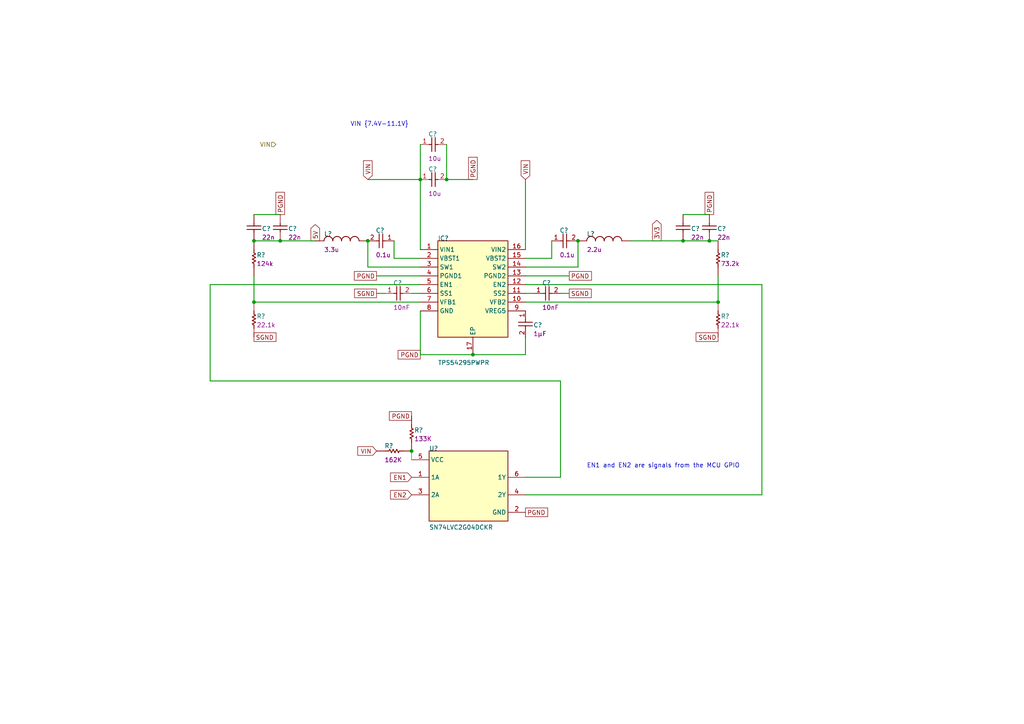
<source format=kicad_sch>
(kicad_sch (version 20211123) (generator eeschema)
  (paper "A4")
  (lib_symbols
    (symbol "FCU-altium-import:0_6078ccab4177564f4f8b42d5c809401"
      (property "Value" "0_6078ccab4177564f4f8b42d5c809401" (at 0 0 0))
      (symbol "0_6078ccab4177564f4f8b42d5c809401_1_0"
        (rectangle (start 27.94 2.54) (end 5.08 -17.78) (stroke (width 0.254)) (fill (type background)))
        (pin input line (at 0 -5.08 0) (length 5.08) (name "1A") (number "1"))
        (pin power_in line (at 33.02 -15.24 180) (length 5.08) (name "GND") (number "2"))
        (pin input line (at 0 -10.16 0) (length 5.08) (name "2A") (number "3"))
        (pin output line (at 33.02 -10.16 180) (length 5.08) (name "2Y") (number "4"))
        (pin power_in line (at 0 0 0) (length 5.08) (name "VCC") (number "5"))
        (pin output line (at 33.02 -5.08 180) (length 5.08) (name "1Y") (number "6"))
      )
    )
    (symbol "FCU-altium-import:0_CAP-NP-2"
      (property "Value" "0_CAP-NP-2" (at 0 0 0))
      (symbol "0_CAP-NP-2_1_0"
        (polyline (pts (xy 2.54 0) (xy 3.302 0)) (stroke (width 0.254)))
        (polyline (pts (xy 3.302 -2.032) (xy 3.302 2.032)) (stroke (width 0.254)))
        (polyline (pts (xy 4.318 2.032) (xy 4.318 -2.032)) (stroke (width 0.254)))
        (polyline (pts (xy 5.08 0) (xy 4.318 0)) (stroke (width 0.254)))
        (pin passive line (at 0 0 0) (length 2.54) (name "1") (number "1"))
        (pin passive line (at 7.62 0 180) (length 2.54) (name "2") (number "2"))
      )
    )
    (symbol "FCU-altium-import:0_Inductor"
      (property "Value" "0_Inductor" (at 0 0 0))
      (symbol "0_Inductor_1_0"
        (arc (start 3.81 1.27) (mid 2.912 0.898) (end 2.54 0) (stroke (width 0.254)))
        (arc (start 5.08 0) (mid 4.708 0.898) (end 3.81 1.27) (stroke (width 0.254)))
        (arc (start 6.35 1.27) (mid 5.452 0.898) (end 5.08 0) (stroke (width 0.254)))
        (arc (start 7.62 0) (mid 7.248 0.898) (end 6.35 1.27) (stroke (width 0.254)))
        (arc (start 8.89 1.27) (mid 7.992 0.898) (end 7.62 0) (stroke (width 0.254)))
        (arc (start 10.16 0) (mid 9.788 0.898) (end 8.89 1.27) (stroke (width 0.254)))
        (arc (start 11.43 1.27) (mid 10.532 0.898) (end 10.16 0) (stroke (width 0.254)))
        (arc (start 12.7 0) (mid 12.328 0.898) (end 11.43 1.27) (stroke (width 0.254)))
        (pin passive line (at 0 0 0) (length 2.54) (name "1") (number "1"))
        (pin passive line (at 15.24 0 180) (length 2.54) (name "2") (number "2"))
      )
    )
    (symbol "FCU-altium-import:0_TPS54295PWPR"
      (property "Value" "0_TPS54295PWPR" (at 0 0 0))
      (symbol "0_TPS54295PWPR_1_0"
        (rectangle (start 25.4 2.54) (end 5.08 -25.4) (stroke (width 0.254)) (fill (type background)))
        (pin passive line (at 0 0 0) (length 5.08) (name "VIN1") (number "1"))
        (pin passive line (at 30.48 -15.24 180) (length 5.08) (name "VFB2") (number "10"))
        (pin passive line (at 30.48 -12.7 180) (length 5.08) (name "SS2") (number "11"))
        (pin passive line (at 30.48 -10.16 180) (length 5.08) (name "EN2") (number "12"))
        (pin passive line (at 30.48 -7.62 180) (length 5.08) (name "PGND2") (number "13"))
        (pin passive line (at 30.48 -5.08 180) (length 5.08) (name "SW2") (number "14"))
        (pin passive line (at 30.48 -2.54 180) (length 5.08) (name "VBST2") (number "15"))
        (pin passive line (at 30.48 0 180) (length 5.08) (name "VIN2") (number "16"))
        (pin passive line (at 15.24 -30.48 90) (length 5.08) (name "EP") (number "17"))
        (pin passive line (at 0 -2.54 0) (length 5.08) (name "VBST1") (number "2"))
        (pin passive line (at 0 -5.08 0) (length 5.08) (name "SW1") (number "3"))
        (pin passive line (at 0 -7.62 0) (length 5.08) (name "PGND1") (number "4"))
        (pin passive line (at 0 -10.16 0) (length 5.08) (name "EN1") (number "5"))
        (pin passive line (at 0 -12.7 0) (length 5.08) (name "SS1") (number "6"))
        (pin passive line (at 0 -15.24 0) (length 5.08) (name "VFB1") (number "7"))
        (pin passive line (at 0 -17.78 0) (length 5.08) (name "GND") (number "8"))
        (pin passive line (at 30.48 -17.78 180) (length 5.08) (name "VREG5") (number "9"))
      )
    )
    (symbol "FCU-altium-import:1_Capacitor"
      (property "Value" "1_Capacitor" (at 0 0 0))
      (symbol "1_Capacitor_1_0"
        (polyline (pts (xy -2.032 4.318) (xy 2.032 4.318)) (stroke (width 0.254)))
        (polyline (pts (xy 0 2.54) (xy 0 3.302)) (stroke (width 0.254)))
        (polyline (pts (xy 0 5.08) (xy 0 4.318)) (stroke (width 0.254)))
        (polyline (pts (xy 2.032 3.302) (xy -2.032 3.302)) (stroke (width 0.254)))
        (pin passive line (at 0 0 90) (length 2.54) (name "1") (number "1"))
        (pin passive line (at 0 7.62 270) (length 2.54) (name "2") (number "2"))
      )
    )
    (symbol "FCU-altium-import:2_CAP-NP-2"
      (property "Value" "2_CAP-NP-2" (at 0 0 0))
      (symbol "2_CAP-NP-2_1_0"
        (polyline (pts (xy -5.08 0) (xy -4.318 0)) (stroke (width 0.254)))
        (polyline (pts (xy -4.318 -2.032) (xy -4.318 2.032)) (stroke (width 0.254)))
        (polyline (pts (xy -3.302 2.032) (xy -3.302 -2.032)) (stroke (width 0.254)))
        (polyline (pts (xy -2.54 0) (xy -3.302 0)) (stroke (width 0.254)))
        (pin passive line (at 0 0 180) (length 2.54) (name "1") (number "1"))
        (pin passive line (at -7.62 0 0) (length 2.54) (name "2") (number "2"))
      )
    )
    (symbol "FCU-altium-import:2_Resistor"
      (property "Value" "2_Resistor" (at 0 0 0))
      (symbol "2_Resistor_1_0"
        (polyline (pts (xy -7.62 0) (xy -6.604 0) (xy -6.35 0.508) (xy -5.842 -0.508) (xy -5.334 0.508) (xy -4.826 -0.508) (xy -4.318 0.508) (xy -3.81 -0.508) (xy -3.556 0) (xy -2.54 0)) (stroke (width 0.254)))
        (pin passive line (at 0 0 180) (length 2.54) (name "1") (number "1"))
        (pin passive line (at -10.16 0 0) (length 2.54) (name "2") (number "2"))
      )
    )
    (symbol "FCU-altium-import:3_CAP-NP-2"
      (property "Value" "3_CAP-NP-2" (at 0 0 0))
      (symbol "3_CAP-NP-2_1_0"
        (polyline (pts (xy -2.032 -3.302) (xy 2.032 -3.302)) (stroke (width 0.254)))
        (polyline (pts (xy 0 -5.08) (xy 0 -4.318)) (stroke (width 0.254)))
        (polyline (pts (xy 0 -2.54) (xy 0 -3.302)) (stroke (width 0.254)))
        (polyline (pts (xy 2.032 -4.318) (xy -2.032 -4.318)) (stroke (width 0.254)))
        (pin passive line (at 0 0 270) (length 2.54) (name "1") (number "1"))
        (pin passive line (at 0 -7.62 90) (length 2.54) (name "2") (number "2"))
      )
    )
    (symbol "FCU-altium-import:3_Resistor"
      (property "Value" "3_Resistor" (at 0 0 0))
      (symbol "3_Resistor_1_0"
        (polyline (pts (xy 0 -7.62) (xy 0 -6.604) (xy -0.508 -6.35) (xy 0.508 -5.842) (xy -0.508 -5.334) (xy 0.508 -4.826) (xy -0.508 -4.318) (xy 0.508 -3.81) (xy 0 -3.556) (xy 0 -2.54)) (stroke (width 0.254)))
        (pin passive line (at 0 0 270) (length 2.54) (name "1") (number "1"))
        (pin passive line (at 0 -10.16 90) (length 2.54) (name "2") (number "2"))
      )
    )
  )
  (junction (at 167.64 69.85))
  (junction (at 129.54 52.07))
  (junction (at 137.16 102.87))
  (junction (at 208.28 87.63))
  (junction (at 121.92 52.07))
  (junction (at 73.66 69.85))
  (junction (at 73.66 87.63))
  (junction (at 205.74 69.85))
  (junction (at 198.12 69.85))
  (junction (at 119.38 130.81))
  (junction (at 81.28 69.85))
  (junction (at 106.68 69.85))
  (wire (pts (xy 162.56 138.43) (xy 162.56 110.49)) (stroke (width 0.254)))
  (wire (pts (xy 152.4 97.79) (xy 152.4 102.87)) (stroke (width 0.254)))
  (wire (pts (xy 152.4 138.43) (xy 162.56 138.43)) (stroke (width 0.254)))
  (wire (pts (xy 121.92 52.07) (xy 121.92 41.91)) (stroke (width 0.254)))
  (wire (pts (xy 152.4 87.63) (xy 208.28 87.63)) (stroke (width 0.254)))
  (wire (pts (xy 198.12 69.85) (xy 205.74 69.85)) (stroke (width 0.254)))
  (wire (pts (xy 162.56 110.49) (xy 60.96 110.49)) (stroke (width 0.254)))
  (wire (pts (xy 220.98 143.51) (xy 220.98 82.55)) (stroke (width 0.254)))
  (wire (pts (xy 220.98 82.55) (xy 152.4 82.55)) (stroke (width 0.254)))
  (wire (pts (xy 160.02 74.93) (xy 160.02 69.85)) (stroke (width 0.254)))
  (wire (pts (xy 60.96 82.55) (xy 121.92 82.55)) (stroke (width 0.254)))
  (wire (pts (xy 106.68 69.85) (xy 106.68 77.47)) (stroke (width 0.254)))
  (wire (pts (xy 114.3 74.93) (xy 121.92 74.93)) (stroke (width 0.254)))
  (wire (pts (xy 154.94 85.09) (xy 152.4 85.09)) (stroke (width 0.254)))
  (wire (pts (xy 129.54 41.91) (xy 129.54 52.07)) (stroke (width 0.254)))
  (wire (pts (xy 119.38 85.09) (xy 121.92 85.09)) (stroke (width 0.254)))
  (wire (pts (xy 81.28 62.23) (xy 73.66 62.23)) (stroke (width 0.254)))
  (wire (pts (xy 137.16 52.07) (xy 129.54 52.07)) (stroke (width 0.254)))
  (wire (pts (xy 205.74 62.23) (xy 198.12 62.23)) (stroke (width 0.254)))
  (wire (pts (xy 121.92 72.39) (xy 121.92 52.07)) (stroke (width 0.254)))
  (wire (pts (xy 121.92 87.63) (xy 73.66 87.63)) (stroke (width 0.254)))
  (wire (pts (xy 81.28 69.85) (xy 73.66 69.85)) (stroke (width 0.254)))
  (wire (pts (xy 152.4 74.93) (xy 160.02 74.93)) (stroke (width 0.254)))
  (wire (pts (xy 165.1 85.09) (xy 162.56 85.09)) (stroke (width 0.254)))
  (wire (pts (xy 205.74 69.85) (xy 208.28 69.85)) (stroke (width 0.254)))
  (wire (pts (xy 165.1 80.01) (xy 152.4 80.01)) (stroke (width 0.254)))
  (wire (pts (xy 109.22 80.01) (xy 121.92 80.01)) (stroke (width 0.254)))
  (wire (pts (xy 152.4 102.87) (xy 137.16 102.87)) (stroke (width 0.254)))
  (wire (pts (xy 73.66 80.01) (xy 73.66 87.63)) (stroke (width 0.254)))
  (wire (pts (xy 109.22 85.09) (xy 111.76 85.09)) (stroke (width 0.254)))
  (wire (pts (xy 152.4 77.47) (xy 167.64 77.47)) (stroke (width 0.254)))
  (wire (pts (xy 152.4 72.39) (xy 152.4 52.07)) (stroke (width 0.254)))
  (wire (pts (xy 60.96 110.49) (xy 60.96 82.55)) (stroke (width 0.254)))
  (wire (pts (xy 121.92 90.17) (xy 121.92 102.87)) (stroke (width 0.254)))
  (wire (pts (xy 152.4 143.51) (xy 220.98 143.51)) (stroke (width 0.254)))
  (wire (pts (xy 91.44 69.85) (xy 81.28 69.85)) (stroke (width 0.254)))
  (wire (pts (xy 114.3 69.85) (xy 114.3 74.93)) (stroke (width 0.254)))
  (wire (pts (xy 119.38 130.81) (xy 119.38 133.35)))
  (wire (pts (xy 121.92 52.07) (xy 106.68 52.07)) (stroke (width 0.254)))
  (wire (pts (xy 106.68 77.47) (xy 121.92 77.47)) (stroke (width 0.254)))
  (wire (pts (xy 121.92 102.87) (xy 137.16 102.87)) (stroke (width 0.254)))
  (wire (pts (xy 182.88 69.85) (xy 198.12 69.85)) (stroke (width 0.254)))
  (wire (pts (xy 208.28 80.01) (xy 208.28 87.63)) (stroke (width 0.254)))
  (wire (pts (xy 167.64 77.47) (xy 167.64 69.85)) (stroke (width 0.254)))
  (text "EN1 and EN2 are signals from the MCU GPIO" (at 170.18 135.89 0) (effects (font (size 1.27 1.27)) (justify left bottom)))
  (text "VIN {7.4V-11.1V}" (at 101.6 36.83 180) (effects (font (size 1.27 1.27)) (justify left bottom)))
  (global_label "3V3" (shape output) (at 190.5 69.85 90) (property "Intersheet References" "${INTERSHEET_REFS}" (effects hide)))
  (global_label "PGND" (shape passive) (at 109.22 80.01 180) (property "Intersheet References" "${INTERSHEET_REFS}" (effects hide)))
  (global_label "EN1" (shape input) (at 119.38 138.43 180) (property "Intersheet References" "${INTERSHEET_REFS}" (effects hide)))
  (global_label "VIN" (shape input) (at 106.68 52.07 90) (property "Intersheet References" "${INTERSHEET_REFS}" (effects hide)))
  (global_label "PGND" (shape passive) (at 137.16 52.07 90) (property "Intersheet References" "${INTERSHEET_REFS}" (effects hide)))
  (global_label "EN2" (shape input) (at 119.38 143.51 180) (property "Intersheet References" "${INTERSHEET_REFS}" (effects hide)))
  (global_label "VIN" (shape input) (at 152.4 52.07 90) (property "Intersheet References" "${INTERSHEET_REFS}" (effects hide)))
  (global_label "SGND" (shape passive) (at 73.66 97.79 0) (property "Intersheet References" "${INTERSHEET_REFS}" (effects hide)))
  (global_label "SGND" (shape passive) (at 109.22 85.09 180) (property "Intersheet References" "${INTERSHEET_REFS}" (effects hide)))
  (global_label "SGND" (shape passive) (at 165.1 85.09 0) (property "Intersheet References" "${INTERSHEET_REFS}" (effects hide)))
  (global_label "PGND" (shape passive) (at 121.92 102.87 180) (property "Intersheet References" "${INTERSHEET_REFS}" (effects hide)))
  (global_label "PGND" (shape passive) (at 81.28 62.23 90) (property "Intersheet References" "${INTERSHEET_REFS}" (effects hide)))
  (global_label "PGND" (shape passive) (at 152.4 148.59 0) (property "Intersheet References" "${INTERSHEET_REFS}" (effects hide)))
  (global_label "5V" (shape output) (at 91.44 69.85 90) (property "Intersheet References" "${INTERSHEET_REFS}" (effects hide)))
  (global_label "PGND" (shape passive) (at 165.1 80.01 0) (property "Intersheet References" "${INTERSHEET_REFS}" (effects hide)))
  (global_label "PGND" (shape passive) (at 205.74 62.23 90) (property "Intersheet References" "${INTERSHEET_REFS}" (effects hide)))
  (global_label "SGND" (shape passive) (at 208.28 97.79 180) (property "Intersheet References" "${INTERSHEET_REFS}" (effects hide)))
  (global_label "PGND" (shape passive) (at 119.38 120.65 180) (property "Intersheet References" "${INTERSHEET_REFS}" (effects hide)))
  (global_label "VIN" (shape input) (at 109.22 130.81 180) (property "Intersheet References" "${INTERSHEET_REFS}" (effects hide)))
  (hierarchical_label "VIN" (shape input) (at 80.01 41.91 180))
  (symbol (lib_id "FCU-altium-import:1_Capacitor") (at 73.66 69.85 0) (unit 1)
    (property "Reference" "C?" (at 75.946 67.056 0) (effects (justify left bottom)))
    (property "Value" "Capacitor" (effects hide))
    (property "SIMULATIONGENERICCOMPONENT" "True" (effects hide))
    (property "ALTIUM_VALUE" "22n" (at 75.946 69.596 0) (effects (justify left bottom)))
  )
  (symbol (lib_id "FCU-altium-import:0_Inductor") (at 167.64 69.85 0) (unit 1)
    (property "Reference" "L?" (at 170.18 68.58 0) (effects (justify left bottom)))
    (property "Value" "Inductor" (effects hide))
    (property "SIMULATIONGENERICCOMPONENT" "True" (effects hide))
    (property "ALTIUM_VALUE" "2.2u" (at 170.18 73.152 0) (effects (justify left bottom)))
  )
  (symbol (lib_id "FCU-altium-import:2_Resistor") (at 119.38 130.81 0) (unit 1)
    (property "Reference" "R?" (at 111.506 130.048 0) (effects (justify left bottom)))
    (property "Value" "Resistor" (effects hide))
    (property "TC1" "0" (effects hide))
    (property "TC2" "0" (effects hide))
    (property "SIMULATIONGENERICCOMPONENT" "True" (effects hide))
    (property "ALTIUM_VALUE" "162K" (at 111.506 134.112 0) (effects (justify left bottom)))
  )
  (symbol (lib_id "FCU-altium-import:0_CAP-NP-2") (at 121.92 52.07 0) (unit 1)
    (property "Reference" "C?" (at 124.206 49.784 0) (effects (justify left bottom)))
    (property "Value" "Capacitor 10nF +/-20% 50V 0402" (effects hide))
    (property "Footprint" "CAPC0402(1005)60_L" (effects hide))
    (property "MAX OPERATING TEMPERATURE" "85°C" (effects hide))
    (property "PINS" "2" (effects hide))
    (property "CASE/PACKAGE" "0402" (effects hide))
    (property "VOLTAGE RATING" "50V" (effects hide))
    (property "MIN OPERATING TEMPERATURE" "-55°C" (effects hide))
    (property "MOUNTING TECHNOLOGY" "SMT" (effects hide))
    (property "TOLERANCE" "5%" (effects hide))
    (property "ALTIUM_VALUE" "10u" (at 124.206 56.896 0) (effects (justify left bottom)))
  )
  (symbol (lib_id "FCU-altium-import:2_CAP-NP-2") (at 114.3 69.85 0) (unit 1)
    (property "Reference" "C?" (at 108.966 67.564 0) (effects (justify left bottom)))
    (property "Value" "Capacitor 10nF +/-20% 50V 0402" (effects hide))
    (property "Footprint" "CAPC0402(1005)60_L" (effects hide))
    (property "MAX OPERATING TEMPERATURE" "85°C" (effects hide))
    (property "PINS" "2" (effects hide))
    (property "CASE/PACKAGE" "0402" (effects hide))
    (property "VOLTAGE RATING" "50V" (effects hide))
    (property "MIN OPERATING TEMPERATURE" "-55°C" (effects hide))
    (property "MOUNTING TECHNOLOGY" "SMT" (effects hide))
    (property "TOLERANCE" "5%" (effects hide))
    (property "ALTIUM_VALUE" "0.1u" (at 108.966 74.676 0) (effects (justify left bottom)))
  )
  (symbol (lib_id "FCU-altium-import:0_6078ccab4177564f4f8b42d5c809401") (at 119.38 133.35 0) (unit 1)
    (property "Reference" "U?" (at 124.46 130.81 0) (effects (justify left bottom)))
    (property "Value" "SN74LVC2G04DCKR" (at 124.46 153.67 0) (effects (justify left bottom)))
    (property "Footprint" "FP-DCK0006A-IPC_B" (effects hide))
    (property "MAX SUPPLY VOLTAGE" "5.5V" (effects hide))
    (property "CASE/PACKAGE" "SC" (effects hide))
    (property "NUMBER OF GATES" "2" (effects hide))
    (property "NUMBER OF INPUTS" "1" (effects hide))
    (property "RADIATION HARDENING" "No" (effects hide))
    (property "QUIESCENT CURRENT" "10uA" (effects hide))
    (property "TERMINATION" "SMD/SMT" (effects hide))
    (property "LEAD FREE" "Lead Free" (effects hide))
    (property "PACKAGE QUANTITY" "1" (effects hide))
    (property "NUMBER OF PINS" "6" (effects hide))
    (property "MIN OPERATING TEMPERATURE" "-40°C" (effects hide))
    (property "LOW LEVEL OUTPUT CURRENT" "32mA" (effects hide))
    (property "NUMBER OF ELEMENTS" "2" (effects hide))
    (property "PROPAGATION DELAY" "8ns" (effects hide))
    (property "NUMBER OF CIRCUITS" "2" (effects hide))
    (property "WEIGHT" "8.8E-05oz" (effects hide))
    (property "MAX OUTPUT CURRENT" "32mA" (effects hide))
    (property "REACH SVHC" "No SVHC" (effects hide))
    (property "CONTACT PLATING" "Gold" (effects hide))
    (property "LOGIC FUNCTION" "Buffer" (effects hide))
    (property "OUTPUT CURRENT" "32mA" (effects hide))
    (property "MAX OPERATING TEMPERATURE" "125°C" (effects hide))
    (property "HIGH LEVEL OUTPUT CURRENT" "-32mA" (effects hide))
    (property "ROHS COMPLIANT" "Yes" (effects hide))
    (property "MIN SUPPLY VOLTAGE" "1.65V" (effects hide))
    (property "TURN-ON DELAY TIME" "8ns" (effects hide))
    (property "PACKAGING" "Tape and Reel" (effects hide))
    (property "NUMBER OF BITS" "2" (effects hide))
    (property "MOUNT" "Surface Mount" (effects hide))
  )
  (symbol (lib_id "FCU-altium-import:0_CAP-NP-2") (at 160.02 69.85 0) (unit 1)
    (property "Reference" "C?" (at 162.306 67.564 0) (effects (justify left bottom)))
    (property "Value" "Capacitor 10nF +/-20% 50V 0402" (effects hide))
    (property "Footprint" "CAPC0402(1005)60_L" (effects hide))
    (property "MAX OPERATING TEMPERATURE" "85°C" (effects hide))
    (property "PINS" "2" (effects hide))
    (property "CASE/PACKAGE" "0402" (effects hide))
    (property "VOLTAGE RATING" "50V" (effects hide))
    (property "MIN OPERATING TEMPERATURE" "-55°C" (effects hide))
    (property "MOUNTING TECHNOLOGY" "SMT" (effects hide))
    (property "TOLERANCE" "5%" (effects hide))
    (property "ALTIUM_VALUE" "0.1u" (at 162.306 74.676 0) (effects (justify left bottom)))
  )
  (symbol (lib_id "FCU-altium-import:0_TPS54295PWPR") (at 121.92 72.39 0) (unit 1)
    (property "Reference" "IC?" (at 127 69.85 0) (effects (justify left bottom)))
    (property "Value" "TPS54295PWPR" (at 127 105.918 0) (effects (justify left bottom)))
    (property "Footprint" "C:_Users_Joey_Documents_AltiumLL_SamacSys.PcbLib_SOP65P640X120-17N" (effects hide))
    (property "DATASHEET LINK" "http://www.ti.com/lit/gpn/tps54295" (effects hide))
    (property "HEIGHT" "1.2mm" (effects hide))
    (property "MANUFACTURER_NAME" "Texas Instruments" (effects hide))
    (property "MANUFACTURER_PART_NUMBER" "TPS54295PWPR" (effects hide))
    (property "MOUSER PART NUMBER" "595-TPS54295PWPR" (effects hide))
    (property "MOUSER PRICE/STOCK" "https://www.mouser.co.uk/ProductDetail/Texas-Instruments/TPS54295PWPR?qs=bhx7MkwkKU%252BVRYWsK0yywg%3D%3D" (effects hide))
    (property "ARROW PART NUMBER" "TPS54295PWPR" (effects hide))
    (property "ARROW PRICE/STOCK" "https://www.arrow.com/en/products/tps54295pwpr/texas-instruments" (effects hide))
  )
  (symbol (lib_id "FCU-altium-import:3_Resistor") (at 73.66 69.85 0) (unit 1)
    (property "Reference" "R?" (at 74.422 74.676 0) (effects (justify left bottom)))
    (property "Value" "Resistor" (effects hide))
    (property "TC1" "0" (effects hide))
    (property "TC2" "0" (effects hide))
    (property "SIMULATIONGENERICCOMPONENT" "True" (effects hide))
    (property "ALTIUM_VALUE" "124k" (at 74.422 77.216 0) (effects (justify left bottom)))
  )
  (symbol (lib_id "FCU-altium-import:1_Capacitor") (at 198.12 69.85 0) (unit 1)
    (property "Reference" "C?" (at 200.406 67.056 0) (effects (justify left bottom)))
    (property "Value" "Capacitor" (effects hide))
    (property "SIMULATIONGENERICCOMPONENT" "True" (effects hide))
    (property "ALTIUM_VALUE" "22n" (at 200.406 69.596 0) (effects (justify left bottom)))
  )
  (symbol (lib_id "FCU-altium-import:1_Capacitor") (at 205.74 69.85 0) (unit 1)
    (property "Reference" "C?" (at 208.026 67.056 0) (effects (justify left bottom)))
    (property "Value" "Capacitor" (effects hide))
    (property "SIMULATIONGENERICCOMPONENT" "True" (effects hide))
    (property "ALTIUM_VALUE" "22n" (at 208.026 69.596 0) (effects (justify left bottom)))
  )
  (symbol (lib_id "FCU-altium-import:3_Resistor") (at 208.28 69.85 0) (unit 1)
    (property "Reference" "R?" (at 209.042 74.676 0) (effects (justify left bottom)))
    (property "Value" "Resistor" (effects hide))
    (property "TC1" "0" (effects hide))
    (property "TC2" "0" (effects hide))
    (property "SIMULATIONGENERICCOMPONENT" "True" (effects hide))
    (property "ALTIUM_VALUE" "73.2k" (at 209.042 77.216 0) (effects (justify left bottom)))
  )
  (symbol (lib_id "FCU-altium-import:0_CAP-NP-2") (at 121.92 41.91 0) (unit 1)
    (property "Reference" "C?" (at 124.206 39.624 0) (effects (justify left bottom)))
    (property "Value" "Capacitor 10nF +/-20% 50V 0402" (effects hide))
    (property "Footprint" "CAPC0402(1005)60_L" (effects hide))
    (property "MAX OPERATING TEMPERATURE" "85°C" (effects hide))
    (property "PINS" "2" (effects hide))
    (property "CASE/PACKAGE" "0402" (effects hide))
    (property "VOLTAGE RATING" "50V" (effects hide))
    (property "MIN OPERATING TEMPERATURE" "-55°C" (effects hide))
    (property "MOUNTING TECHNOLOGY" "SMT" (effects hide))
    (property "TOLERANCE" "5%" (effects hide))
    (property "ALTIUM_VALUE" "10u" (at 124.206 46.736 0) (effects (justify left bottom)))
  )
  (symbol (lib_id "FCU-altium-import:0_Inductor") (at 91.44 69.85 0) (unit 1)
    (property "Reference" "L?" (at 93.98 68.58 0) (effects (justify left bottom)))
    (property "Value" "Inductor" (effects hide))
    (property "SIMULATIONGENERICCOMPONENT" "True" (effects hide))
    (property "ALTIUM_VALUE" "3.3u" (at 93.98 73.152 0) (effects (justify left bottom)))
  )
  (symbol (lib_id "FCU-altium-import:3_CAP-NP-2") (at 152.4 90.17 0) (unit 1)
    (property "Reference" "C?" (at 154.686 94.996 0) (effects (justify left bottom)))
    (property "Value" "Capacitor 1µF +/-0.1% 25V 0603" (effects hide))
    (property "Footprint" "CAPC0603(1608)100_L" (effects hide))
    (property "TOLERANCE" "20%" (effects hide))
    (property "MIN OPERATING TEMPERATURE" "-55°C" (effects hide))
    (property "MAX OPERATING TEMPERATURE" "85°C" (effects hide))
    (property "VOLTAGE RATING" "25V" (effects hide))
    (property "MOUNTING TECHNOLOGY" "SMT" (effects hide))
    (property "CASE/PACKAGE" "0603" (effects hide))
    (property "ALTIUM_VALUE" "1µF" (at 154.686 97.536 0) (effects (justify left bottom)))
    (property "PINS" "2" (effects hide))
  )
  (symbol (lib_id "FCU-altium-import:3_Resistor") (at 119.38 120.65 0) (unit 1)
    (property "Reference" "R?" (at 120.142 125.476 0) (effects (justify left bottom)))
    (property "Value" "Resistor" (effects hide))
    (property "TC1" "0" (effects hide))
    (property "TC2" "0" (effects hide))
    (property "SIMULATIONGENERICCOMPONENT" "True" (effects hide))
    (property "ALTIUM_VALUE" "133K" (at 120.142 128.016 0) (effects (justify left bottom)))
  )
  (symbol (lib_id "FCU-altium-import:0_CAP-NP-2") (at 154.94 85.09 0) (unit 1)
    (property "Reference" "C?" (at 157.226 82.804 0) (effects (justify left bottom)))
    (property "Value" "Capacitor 10nF +/-20% 50V 0402" (effects hide))
    (property "Footprint" "CAPC0402(1005)60_L" (effects hide))
    (property "MAX OPERATING TEMPERATURE" "85°C" (effects hide))
    (property "PINS" "2" (effects hide))
    (property "CASE/PACKAGE" "0402" (effects hide))
    (property "VOLTAGE RATING" "50V" (effects hide))
    (property "MIN OPERATING TEMPERATURE" "-55°C" (effects hide))
    (property "MOUNTING TECHNOLOGY" "SMT" (effects hide))
    (property "TOLERANCE" "5%" (effects hide))
    (property "ALTIUM_VALUE" "10nF" (at 157.226 89.916 0) (effects (justify left bottom)))
  )
  (symbol (lib_id "FCU-altium-import:1_Capacitor") (at 81.28 69.85 0) (unit 1)
    (property "Reference" "C?" (at 83.566 67.056 0) (effects (justify left bottom)))
    (property "Value" "Capacitor" (effects hide))
    (property "SIMULATIONGENERICCOMPONENT" "True" (effects hide))
    (property "ALTIUM_VALUE" "22n" (at 83.566 69.596 0) (effects (justify left bottom)))
  )
  (symbol (lib_id "FCU-altium-import:3_Resistor") (at 208.28 87.63 0) (unit 1)
    (property "Reference" "R?" (at 209.042 92.456 0) (effects (justify left bottom)))
    (property "Value" "Resistor" (effects hide))
    (property "TC1" "0" (effects hide))
    (property "TC2" "0" (effects hide))
    (property "SIMULATIONGENERICCOMPONENT" "True" (effects hide))
    (property "ALTIUM_VALUE" "22.1k" (at 209.042 94.996 0) (effects (justify left bottom)))
  )
  (symbol (lib_id "FCU-altium-import:0_CAP-NP-2") (at 111.76 85.09 0) (unit 1)
    (property "Reference" "C?" (at 114.046 82.804 0) (effects (justify left bottom)))
    (property "Value" "Capacitor 10nF +/-20% 50V 0402" (effects hide))
    (property "Footprint" "CAPC0402(1005)60_L" (effects hide))
    (property "MAX OPERATING TEMPERATURE" "85°C" (effects hide))
    (property "PINS" "2" (effects hide))
    (property "CASE/PACKAGE" "0402" (effects hide))
    (property "VOLTAGE RATING" "50V" (effects hide))
    (property "MIN OPERATING TEMPERATURE" "-55°C" (effects hide))
    (property "MOUNTING TECHNOLOGY" "SMT" (effects hide))
    (property "TOLERANCE" "5%" (effects hide))
    (property "ALTIUM_VALUE" "10nF" (at 114.046 89.916 0) (effects (justify left bottom)))
  )
  (symbol (lib_id "FCU-altium-import:3_Resistor") (at 73.66 87.63 0) (unit 1)
    (property "Reference" "R?" (at 74.422 92.456 0) (effects (justify left bottom)))
    (property "Value" "Resistor" (effects hide))
    (property "TC1" "0" (effects hide))
    (property "TC2" "0" (effects hide))
    (property "SIMULATIONGENERICCOMPONENT" "True" (effects hide))
    (property "ALTIUM_VALUE" "22.1k" (at 74.422 94.996 0) (effects (justify left bottom)))
  )
)
</source>
